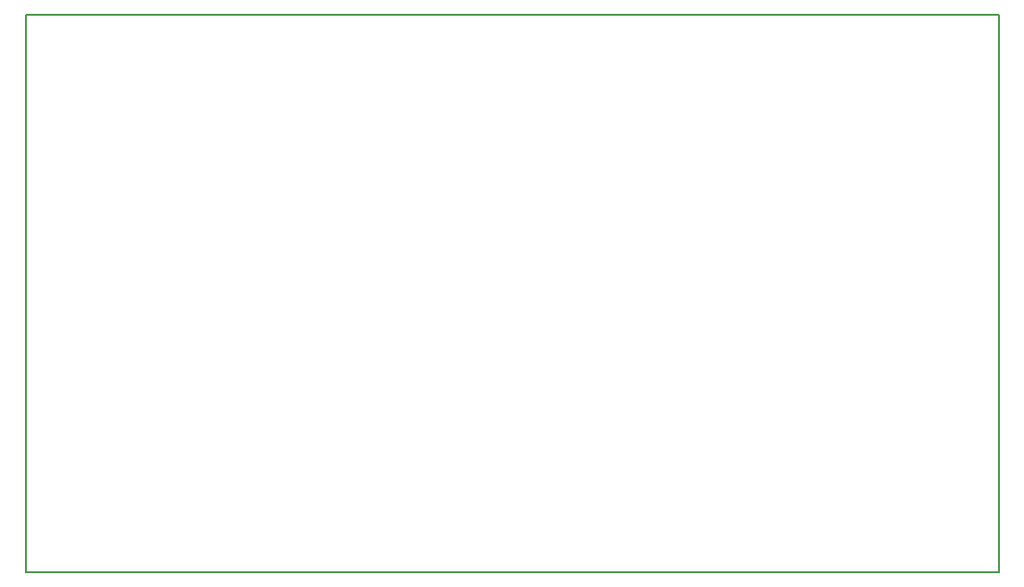
<source format=gko>
G04 Layer_Color=16711935*
%FSLAX25Y25*%
%MOIN*%
G70*
G01*
G75*
%ADD31C,0.00787*%
D31*
X3Y-32D02*
X350397D01*
X3D02*
Y200755D01*
X350397D01*
Y-32D02*
Y200755D01*
M02*

</source>
